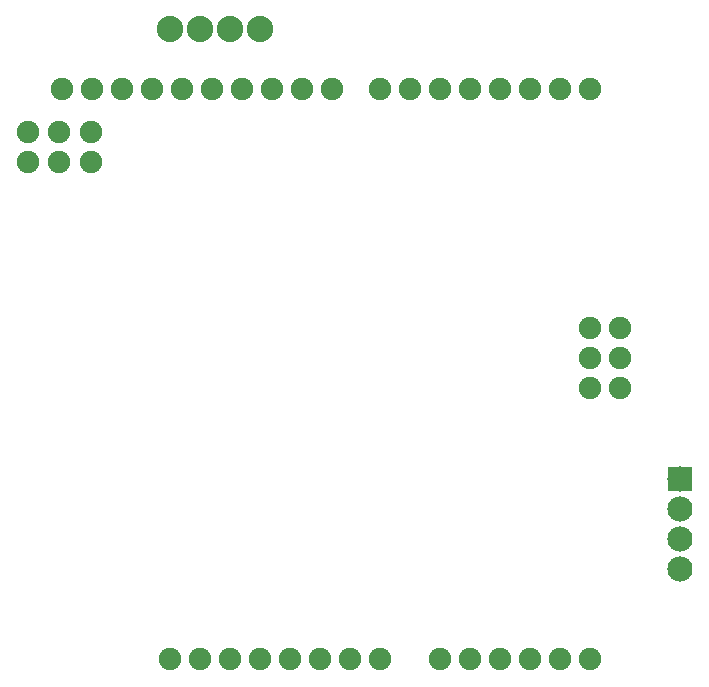
<source format=gbs>
G04 MADE WITH FRITZING*
G04 WWW.FRITZING.ORG*
G04 DOUBLE SIDED*
G04 HOLES PLATED*
G04 CONTOUR ON CENTER OF CONTOUR VECTOR*
%ASAXBY*%
%FSLAX23Y23*%
%MOIN*%
%OFA0B0*%
%SFA1.0B1.0*%
%ADD10C,0.075278*%
%ADD11C,0.088000*%
%ADD12C,0.084000*%
%ADD13R,0.084000X0.084000*%
%LNMASK0*%
G90*
G70*
G54D10*
X2144Y359D03*
X2244Y359D03*
X2344Y359D03*
X2444Y359D03*
X2544Y359D03*
X1684Y2259D03*
X1584Y2259D03*
X1484Y2259D03*
X1384Y2259D03*
X1284Y2259D03*
X1184Y2259D03*
X1084Y2259D03*
X984Y2259D03*
X884Y2259D03*
X784Y2259D03*
X2544Y2259D03*
X2444Y2259D03*
X2344Y2259D03*
X2244Y2259D03*
X2144Y2259D03*
X2044Y2259D03*
X1944Y2259D03*
X1844Y2259D03*
X1244Y359D03*
X1144Y359D03*
X1344Y359D03*
X1444Y359D03*
X1544Y359D03*
X1644Y359D03*
X1744Y359D03*
X1844Y359D03*
X2044Y359D03*
X2643Y1462D03*
X2543Y1462D03*
X2643Y1363D03*
X2543Y1363D03*
X2643Y1263D03*
X2543Y1263D03*
X775Y2116D03*
X775Y2017D03*
X879Y2116D03*
X879Y2017D03*
X671Y2116D03*
X671Y2017D03*
G54D11*
X1344Y2459D03*
X1444Y2459D03*
X1144Y2459D03*
X1244Y2459D03*
G54D12*
X2844Y959D03*
X2844Y859D03*
X2844Y759D03*
X2844Y659D03*
G54D13*
X2844Y959D03*
G04 End of Mask0*
M02*
</source>
